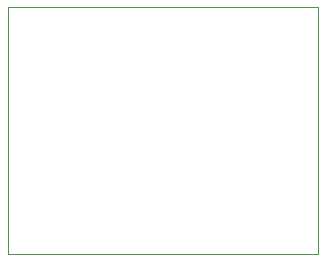
<source format=gbr>
G04 (created by PCBNEW (2013-07-07 BZR 4022)-stable) date 3/12/2015 5:29:47 AM*
%MOIN*%
G04 Gerber Fmt 3.4, Leading zero omitted, Abs format*
%FSLAX34Y34*%
G01*
G70*
G90*
G04 APERTURE LIST*
%ADD10C,0.00590551*%
%ADD11C,0.00393701*%
G04 APERTURE END LIST*
G54D10*
G54D11*
X16912Y-15589D02*
X16912Y-15603D01*
X6587Y-15589D02*
X16912Y-15589D01*
X6860Y-7350D02*
X6860Y-7365D01*
X6590Y-7350D02*
X6860Y-7350D01*
X6590Y-15600D02*
X6590Y-7350D01*
X16895Y-7350D02*
X16895Y-15600D01*
X6740Y-7350D02*
X16895Y-7350D01*
M02*

</source>
